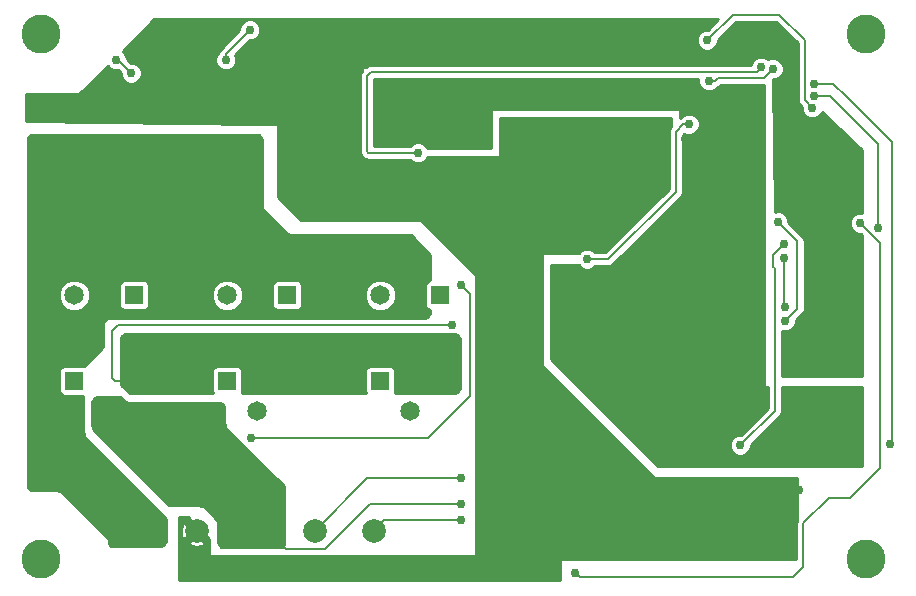
<source format=gbl>
G04 (created by PCBNEW-RS274X (2012-01-19 BZR 3256)-stable) date 11/6/2012 2:02:58 AM*
G01*
G70*
G90*
%MOIN*%
G04 Gerber Fmt 3.4, Leading zero omitted, Abs format*
%FSLAX34Y34*%
G04 APERTURE LIST*
%ADD10C,0.008000*%
%ADD11R,0.060000X0.060000*%
%ADD12C,0.065000*%
%ADD13C,0.078700*%
%ADD14C,0.130000*%
%ADD15C,0.030000*%
%ADD16C,0.010000*%
G04 APERTURE END LIST*
G54D10*
G54D11*
X44450Y-38950D03*
G54D12*
X43450Y-37950D03*
X42450Y-38950D03*
G54D11*
X37350Y-41800D03*
G54D12*
X38350Y-42800D03*
X39350Y-41800D03*
G54D11*
X39350Y-38950D03*
G54D12*
X38350Y-37950D03*
X37350Y-38950D03*
G54D11*
X42450Y-41800D03*
G54D12*
X43450Y-42800D03*
X44450Y-41800D03*
G54D11*
X49550Y-38950D03*
G54D12*
X48550Y-37950D03*
X47550Y-38950D03*
G54D11*
X47550Y-41800D03*
G54D12*
X48550Y-42800D03*
X49550Y-41800D03*
G54D13*
X39463Y-46800D03*
X41431Y-46800D03*
X43400Y-46800D03*
X45369Y-46800D03*
X47337Y-46800D03*
G54D14*
X36250Y-30250D03*
X36250Y-47750D03*
X63750Y-47750D03*
X63750Y-30250D03*
G54D15*
X54050Y-48200D03*
X36900Y-43300D03*
X36150Y-43300D03*
X63550Y-36550D03*
X40700Y-34050D03*
X43350Y-34050D03*
X37600Y-34050D03*
X50750Y-33250D03*
X59750Y-32100D03*
X55500Y-38500D03*
X57700Y-33750D03*
X63450Y-42250D03*
X57950Y-31900D03*
X47600Y-32000D03*
X56000Y-41750D03*
X52100Y-31900D03*
X60100Y-40250D03*
X59300Y-33950D03*
X53600Y-38150D03*
X54450Y-37750D03*
X57850Y-33250D03*
X38750Y-31100D03*
X39250Y-31550D03*
X42400Y-31100D03*
X43200Y-30100D03*
X61050Y-39800D03*
X60800Y-36500D03*
X48800Y-34200D03*
X60250Y-31350D03*
X61050Y-39350D03*
X61000Y-37700D03*
X55850Y-33650D03*
X49350Y-34550D03*
X57400Y-30900D03*
X36000Y-32600D03*
X54950Y-34750D03*
X53050Y-41950D03*
X61050Y-31900D03*
X56250Y-35500D03*
X43250Y-43700D03*
X62750Y-41250D03*
X53150Y-44650D03*
X48150Y-34550D03*
X50250Y-38600D03*
X51950Y-37100D03*
X56800Y-35350D03*
X46000Y-32350D03*
X63450Y-39550D03*
X54600Y-44550D03*
X62750Y-33800D03*
X41900Y-32700D03*
X38900Y-32700D03*
X44150Y-32350D03*
X53250Y-47500D03*
X61200Y-40850D03*
X50750Y-36400D03*
X53650Y-33500D03*
X52550Y-33450D03*
X61500Y-45450D03*
X62000Y-31900D03*
X64550Y-43900D03*
X64150Y-36700D03*
X62000Y-32300D03*
X49950Y-39950D03*
X61000Y-37250D03*
X59550Y-43950D03*
X50250Y-45900D03*
X50250Y-45050D03*
X50250Y-46450D03*
X58500Y-31800D03*
X60650Y-31400D03*
X61950Y-32700D03*
X58450Y-30450D03*
G54D10*
X61650Y-48000D02*
X61300Y-48350D01*
X54200Y-48350D02*
X54050Y-48200D01*
X61300Y-48350D02*
X54200Y-48350D01*
X64200Y-44700D02*
X63200Y-45700D01*
X61650Y-46550D02*
X61650Y-48000D01*
X62500Y-45700D02*
X61650Y-46550D01*
X63200Y-45700D02*
X62500Y-45700D01*
X64200Y-37200D02*
X64200Y-44700D01*
X63550Y-36550D02*
X64200Y-37200D01*
X57650Y-33250D02*
X57850Y-33250D01*
X55150Y-37750D02*
X57400Y-35500D01*
X54450Y-37750D02*
X55150Y-37750D01*
X57400Y-33500D02*
X57650Y-33250D01*
X57400Y-35500D02*
X57400Y-33500D01*
X38750Y-31100D02*
X38800Y-31100D01*
X38800Y-31100D02*
X39250Y-31550D01*
X42400Y-30900D02*
X43200Y-30100D01*
X42400Y-31100D02*
X42400Y-30900D01*
X61450Y-39400D02*
X61450Y-37150D01*
X61050Y-39800D02*
X61450Y-39400D01*
X61450Y-37150D02*
X60800Y-36500D01*
X48800Y-34200D02*
X47150Y-34200D01*
X47250Y-31500D02*
X60100Y-31500D01*
X47100Y-34150D02*
X47100Y-31650D01*
X60100Y-31500D02*
X60250Y-31350D01*
X47150Y-34200D02*
X47100Y-34150D01*
X47100Y-31650D02*
X47250Y-31500D01*
X61000Y-39300D02*
X61000Y-37700D01*
X61050Y-39350D02*
X61000Y-39300D01*
X50550Y-42300D02*
X49150Y-43700D01*
X50250Y-38600D02*
X50550Y-38900D01*
X49150Y-43700D02*
X43250Y-43700D01*
X50550Y-38900D02*
X50550Y-42300D01*
X56250Y-35500D02*
X56400Y-35350D01*
X56400Y-35350D02*
X56800Y-35350D01*
X61500Y-45450D02*
X60850Y-45450D01*
X62650Y-31900D02*
X62000Y-31900D01*
X64600Y-33850D02*
X63100Y-32350D01*
X64600Y-43850D02*
X64600Y-33850D01*
X64550Y-43900D02*
X64600Y-43850D01*
X63100Y-32350D02*
X62650Y-31900D01*
X62550Y-32300D02*
X62000Y-32300D01*
X64150Y-36700D02*
X64150Y-33900D01*
X64150Y-33900D02*
X62550Y-32300D01*
X38600Y-41700D02*
X38700Y-41800D01*
X38600Y-40150D02*
X38600Y-41700D01*
X39350Y-41800D02*
X38700Y-41800D01*
X38800Y-39950D02*
X38600Y-40150D01*
X38800Y-39950D02*
X49950Y-39950D01*
X60700Y-42800D02*
X59550Y-43950D01*
X60700Y-38050D02*
X60700Y-42800D01*
X60650Y-38000D02*
X60700Y-38050D01*
X61000Y-37250D02*
X60650Y-37600D01*
X60650Y-37600D02*
X60650Y-38000D01*
X44400Y-47400D02*
X45700Y-47400D01*
X43800Y-46800D02*
X44400Y-47400D01*
X45700Y-47400D02*
X47200Y-45900D01*
X47200Y-45900D02*
X50250Y-45900D01*
X45369Y-46800D02*
X47119Y-45050D01*
X47119Y-45050D02*
X50250Y-45050D01*
X47687Y-46450D02*
X50250Y-46450D01*
X47337Y-46800D02*
X47687Y-46450D01*
X58800Y-31700D02*
X60350Y-31700D01*
X60350Y-31700D02*
X60650Y-31400D01*
X58700Y-31800D02*
X58800Y-31700D01*
X58500Y-31800D02*
X58700Y-31800D01*
X61700Y-32450D02*
X61700Y-30450D01*
X60850Y-29600D02*
X59300Y-29600D01*
X61950Y-32700D02*
X61700Y-32450D01*
X59300Y-29600D02*
X58450Y-30450D01*
X61700Y-30450D02*
X60850Y-29600D01*
G36*
X50200Y-42045D02*
X50188Y-42107D01*
X50155Y-42155D01*
X50107Y-42188D01*
X50045Y-42200D01*
X48023Y-42200D01*
X48049Y-42140D01*
X48049Y-42061D01*
X48049Y-41461D01*
X48019Y-41388D01*
X47963Y-41332D01*
X47890Y-41301D01*
X47811Y-41301D01*
X47211Y-41301D01*
X47138Y-41331D01*
X47082Y-41387D01*
X47051Y-41460D01*
X47051Y-41539D01*
X47051Y-42139D01*
X47076Y-42200D01*
X42923Y-42200D01*
X42949Y-42140D01*
X42949Y-42061D01*
X42949Y-41461D01*
X42919Y-41388D01*
X42863Y-41332D01*
X42790Y-41301D01*
X42711Y-41301D01*
X42111Y-41301D01*
X42038Y-41331D01*
X41982Y-41387D01*
X41951Y-41460D01*
X41951Y-41539D01*
X41951Y-42139D01*
X41976Y-42200D01*
X39236Y-42200D01*
X39194Y-42194D01*
X39158Y-42179D01*
X39124Y-42153D01*
X38947Y-41976D01*
X38921Y-41942D01*
X38906Y-41906D01*
X38900Y-41864D01*
X38900Y-40405D01*
X38912Y-40343D01*
X38945Y-40295D01*
X38993Y-40262D01*
X39055Y-40250D01*
X50045Y-40250D01*
X50107Y-40262D01*
X50155Y-40295D01*
X50188Y-40343D01*
X50200Y-40405D01*
X50200Y-42045D01*
X50200Y-42045D01*
G37*
G54D16*
X50200Y-42045D02*
X50188Y-42107D01*
X50155Y-42155D01*
X50107Y-42188D01*
X50045Y-42200D01*
X48023Y-42200D01*
X48049Y-42140D01*
X48049Y-42061D01*
X48049Y-41461D01*
X48019Y-41388D01*
X47963Y-41332D01*
X47890Y-41301D01*
X47811Y-41301D01*
X47211Y-41301D01*
X47138Y-41331D01*
X47082Y-41387D01*
X47051Y-41460D01*
X47051Y-41539D01*
X47051Y-42139D01*
X47076Y-42200D01*
X42923Y-42200D01*
X42949Y-42140D01*
X42949Y-42061D01*
X42949Y-41461D01*
X42919Y-41388D01*
X42863Y-41332D01*
X42790Y-41301D01*
X42711Y-41301D01*
X42111Y-41301D01*
X42038Y-41331D01*
X41982Y-41387D01*
X41951Y-41460D01*
X41951Y-41539D01*
X41951Y-42139D01*
X41976Y-42200D01*
X39236Y-42200D01*
X39194Y-42194D01*
X39158Y-42179D01*
X39124Y-42153D01*
X38947Y-41976D01*
X38921Y-41942D01*
X38906Y-41906D01*
X38900Y-41864D01*
X38900Y-40405D01*
X38912Y-40343D01*
X38945Y-40295D01*
X38993Y-40262D01*
X39055Y-40250D01*
X50045Y-40250D01*
X50107Y-40262D01*
X50155Y-40295D01*
X50188Y-40343D01*
X50200Y-40405D01*
X50200Y-42045D01*
G54D10*
G36*
X49200Y-39545D02*
X49188Y-39607D01*
X49155Y-39655D01*
X49107Y-39688D01*
X49045Y-39700D01*
X48075Y-39700D01*
X48075Y-39055D01*
X48075Y-38846D01*
X47995Y-38653D01*
X47848Y-38505D01*
X47655Y-38425D01*
X47446Y-38425D01*
X47253Y-38505D01*
X47105Y-38652D01*
X47025Y-38845D01*
X47025Y-39054D01*
X47105Y-39247D01*
X47252Y-39395D01*
X47445Y-39475D01*
X47654Y-39475D01*
X47847Y-39395D01*
X47995Y-39248D01*
X48075Y-39055D01*
X48075Y-39700D01*
X44949Y-39700D01*
X44949Y-39290D01*
X44949Y-39211D01*
X44949Y-38611D01*
X44919Y-38538D01*
X44863Y-38482D01*
X44790Y-38451D01*
X44711Y-38451D01*
X44111Y-38451D01*
X44038Y-38481D01*
X43982Y-38537D01*
X43951Y-38610D01*
X43951Y-38689D01*
X43951Y-39289D01*
X43981Y-39362D01*
X44037Y-39418D01*
X44110Y-39449D01*
X44189Y-39449D01*
X44789Y-39449D01*
X44862Y-39419D01*
X44918Y-39363D01*
X44949Y-39290D01*
X44949Y-39700D01*
X42975Y-39700D01*
X42975Y-39055D01*
X42975Y-38846D01*
X42895Y-38653D01*
X42748Y-38505D01*
X42555Y-38425D01*
X42346Y-38425D01*
X42153Y-38505D01*
X42005Y-38652D01*
X41925Y-38845D01*
X41925Y-39054D01*
X42005Y-39247D01*
X42152Y-39395D01*
X42345Y-39475D01*
X42554Y-39475D01*
X42747Y-39395D01*
X42895Y-39248D01*
X42975Y-39055D01*
X42975Y-39700D01*
X39849Y-39700D01*
X39849Y-39290D01*
X39849Y-39211D01*
X39849Y-38611D01*
X39819Y-38538D01*
X39763Y-38482D01*
X39690Y-38451D01*
X39611Y-38451D01*
X39011Y-38451D01*
X38938Y-38481D01*
X38882Y-38537D01*
X38851Y-38610D01*
X38851Y-38689D01*
X38851Y-39289D01*
X38881Y-39362D01*
X38937Y-39418D01*
X39010Y-39449D01*
X39089Y-39449D01*
X39689Y-39449D01*
X39762Y-39419D01*
X39818Y-39363D01*
X39849Y-39290D01*
X39849Y-39700D01*
X38545Y-39700D01*
X38453Y-39718D01*
X38373Y-39773D01*
X38318Y-39853D01*
X38300Y-39945D01*
X38300Y-40614D01*
X38294Y-40656D01*
X38279Y-40692D01*
X38253Y-40726D01*
X37875Y-41104D01*
X37875Y-39055D01*
X37875Y-38846D01*
X37795Y-38653D01*
X37648Y-38505D01*
X37455Y-38425D01*
X37246Y-38425D01*
X37053Y-38505D01*
X36905Y-38652D01*
X36825Y-38845D01*
X36825Y-39054D01*
X36905Y-39247D01*
X37052Y-39395D01*
X37245Y-39475D01*
X37454Y-39475D01*
X37647Y-39395D01*
X37795Y-39248D01*
X37875Y-39055D01*
X37875Y-41104D01*
X37721Y-41258D01*
X37688Y-41301D01*
X37611Y-41301D01*
X37011Y-41301D01*
X36938Y-41331D01*
X36882Y-41387D01*
X36851Y-41460D01*
X36851Y-41539D01*
X36851Y-42139D01*
X36881Y-42212D01*
X36937Y-42268D01*
X37010Y-42299D01*
X37089Y-42299D01*
X37650Y-42299D01*
X37650Y-43520D01*
X37658Y-43582D01*
X37683Y-43642D01*
X37721Y-43692D01*
X40353Y-46324D01*
X40379Y-46358D01*
X40394Y-46394D01*
X40400Y-46436D01*
X40400Y-47145D01*
X40388Y-47207D01*
X40355Y-47255D01*
X40307Y-47288D01*
X40245Y-47300D01*
X38580Y-47300D01*
X38547Y-47293D01*
X38523Y-47277D01*
X38507Y-47253D01*
X38500Y-47220D01*
X38500Y-47180D01*
X38492Y-47118D01*
X38467Y-47058D01*
X38429Y-47008D01*
X36942Y-45521D01*
X36892Y-45483D01*
X36832Y-45458D01*
X36770Y-45450D01*
X35955Y-45450D01*
X35893Y-45438D01*
X35845Y-45405D01*
X35812Y-45357D01*
X35800Y-45295D01*
X35800Y-33755D01*
X35812Y-33693D01*
X35845Y-33645D01*
X35893Y-33612D01*
X35955Y-33600D01*
X43445Y-33600D01*
X43507Y-33612D01*
X43555Y-33645D01*
X43588Y-33693D01*
X43600Y-33755D01*
X43600Y-35970D01*
X43608Y-36032D01*
X43633Y-36092D01*
X43671Y-36142D01*
X44408Y-36879D01*
X44458Y-36917D01*
X44518Y-36942D01*
X44580Y-36950D01*
X48514Y-36950D01*
X48556Y-36956D01*
X48592Y-36971D01*
X48626Y-36997D01*
X49153Y-37524D01*
X49179Y-37558D01*
X49194Y-37594D01*
X49200Y-37636D01*
X49200Y-38455D01*
X49138Y-38481D01*
X49082Y-38537D01*
X49051Y-38610D01*
X49051Y-38689D01*
X49051Y-39289D01*
X49081Y-39362D01*
X49137Y-39418D01*
X49200Y-39444D01*
X49200Y-39545D01*
X49200Y-39545D01*
G37*
G54D16*
X49200Y-39545D02*
X49188Y-39607D01*
X49155Y-39655D01*
X49107Y-39688D01*
X49045Y-39700D01*
X48075Y-39700D01*
X48075Y-39055D01*
X48075Y-38846D01*
X47995Y-38653D01*
X47848Y-38505D01*
X47655Y-38425D01*
X47446Y-38425D01*
X47253Y-38505D01*
X47105Y-38652D01*
X47025Y-38845D01*
X47025Y-39054D01*
X47105Y-39247D01*
X47252Y-39395D01*
X47445Y-39475D01*
X47654Y-39475D01*
X47847Y-39395D01*
X47995Y-39248D01*
X48075Y-39055D01*
X48075Y-39700D01*
X44949Y-39700D01*
X44949Y-39290D01*
X44949Y-39211D01*
X44949Y-38611D01*
X44919Y-38538D01*
X44863Y-38482D01*
X44790Y-38451D01*
X44711Y-38451D01*
X44111Y-38451D01*
X44038Y-38481D01*
X43982Y-38537D01*
X43951Y-38610D01*
X43951Y-38689D01*
X43951Y-39289D01*
X43981Y-39362D01*
X44037Y-39418D01*
X44110Y-39449D01*
X44189Y-39449D01*
X44789Y-39449D01*
X44862Y-39419D01*
X44918Y-39363D01*
X44949Y-39290D01*
X44949Y-39700D01*
X42975Y-39700D01*
X42975Y-39055D01*
X42975Y-38846D01*
X42895Y-38653D01*
X42748Y-38505D01*
X42555Y-38425D01*
X42346Y-38425D01*
X42153Y-38505D01*
X42005Y-38652D01*
X41925Y-38845D01*
X41925Y-39054D01*
X42005Y-39247D01*
X42152Y-39395D01*
X42345Y-39475D01*
X42554Y-39475D01*
X42747Y-39395D01*
X42895Y-39248D01*
X42975Y-39055D01*
X42975Y-39700D01*
X39849Y-39700D01*
X39849Y-39290D01*
X39849Y-39211D01*
X39849Y-38611D01*
X39819Y-38538D01*
X39763Y-38482D01*
X39690Y-38451D01*
X39611Y-38451D01*
X39011Y-38451D01*
X38938Y-38481D01*
X38882Y-38537D01*
X38851Y-38610D01*
X38851Y-38689D01*
X38851Y-39289D01*
X38881Y-39362D01*
X38937Y-39418D01*
X39010Y-39449D01*
X39089Y-39449D01*
X39689Y-39449D01*
X39762Y-39419D01*
X39818Y-39363D01*
X39849Y-39290D01*
X39849Y-39700D01*
X38545Y-39700D01*
X38453Y-39718D01*
X38373Y-39773D01*
X38318Y-39853D01*
X38300Y-39945D01*
X38300Y-40614D01*
X38294Y-40656D01*
X38279Y-40692D01*
X38253Y-40726D01*
X37875Y-41104D01*
X37875Y-39055D01*
X37875Y-38846D01*
X37795Y-38653D01*
X37648Y-38505D01*
X37455Y-38425D01*
X37246Y-38425D01*
X37053Y-38505D01*
X36905Y-38652D01*
X36825Y-38845D01*
X36825Y-39054D01*
X36905Y-39247D01*
X37052Y-39395D01*
X37245Y-39475D01*
X37454Y-39475D01*
X37647Y-39395D01*
X37795Y-39248D01*
X37875Y-39055D01*
X37875Y-41104D01*
X37721Y-41258D01*
X37688Y-41301D01*
X37611Y-41301D01*
X37011Y-41301D01*
X36938Y-41331D01*
X36882Y-41387D01*
X36851Y-41460D01*
X36851Y-41539D01*
X36851Y-42139D01*
X36881Y-42212D01*
X36937Y-42268D01*
X37010Y-42299D01*
X37089Y-42299D01*
X37650Y-42299D01*
X37650Y-43520D01*
X37658Y-43582D01*
X37683Y-43642D01*
X37721Y-43692D01*
X40353Y-46324D01*
X40379Y-46358D01*
X40394Y-46394D01*
X40400Y-46436D01*
X40400Y-47145D01*
X40388Y-47207D01*
X40355Y-47255D01*
X40307Y-47288D01*
X40245Y-47300D01*
X38580Y-47300D01*
X38547Y-47293D01*
X38523Y-47277D01*
X38507Y-47253D01*
X38500Y-47220D01*
X38500Y-47180D01*
X38492Y-47118D01*
X38467Y-47058D01*
X38429Y-47008D01*
X36942Y-45521D01*
X36892Y-45483D01*
X36832Y-45458D01*
X36770Y-45450D01*
X35955Y-45450D01*
X35893Y-45438D01*
X35845Y-45405D01*
X35812Y-45357D01*
X35800Y-45295D01*
X35800Y-33755D01*
X35812Y-33693D01*
X35845Y-33645D01*
X35893Y-33612D01*
X35955Y-33600D01*
X43445Y-33600D01*
X43507Y-33612D01*
X43555Y-33645D01*
X43588Y-33693D01*
X43600Y-33755D01*
X43600Y-35970D01*
X43608Y-36032D01*
X43633Y-36092D01*
X43671Y-36142D01*
X44408Y-36879D01*
X44458Y-36917D01*
X44518Y-36942D01*
X44580Y-36950D01*
X48514Y-36950D01*
X48556Y-36956D01*
X48592Y-36971D01*
X48626Y-36997D01*
X49153Y-37524D01*
X49179Y-37558D01*
X49194Y-37594D01*
X49200Y-37636D01*
X49200Y-38455D01*
X49138Y-38481D01*
X49082Y-38537D01*
X49051Y-38610D01*
X49051Y-38689D01*
X49051Y-39289D01*
X49081Y-39362D01*
X49137Y-39418D01*
X49200Y-39444D01*
X49200Y-39545D01*
G54D10*
G36*
X44350Y-47195D02*
X44338Y-47257D01*
X44305Y-47305D01*
X44257Y-47338D01*
X44195Y-47350D01*
X42305Y-47350D01*
X42243Y-47338D01*
X42195Y-47305D01*
X42162Y-47257D01*
X42150Y-47195D01*
X42150Y-46580D01*
X42142Y-46518D01*
X42117Y-46458D01*
X42079Y-46408D01*
X41692Y-46021D01*
X41642Y-45983D01*
X41582Y-45958D01*
X41520Y-45950D01*
X40586Y-45950D01*
X40544Y-45944D01*
X40508Y-45929D01*
X40474Y-45903D01*
X37997Y-43426D01*
X37971Y-43392D01*
X37956Y-43356D01*
X37950Y-43314D01*
X37950Y-42505D01*
X37962Y-42443D01*
X37995Y-42395D01*
X38043Y-42362D01*
X38105Y-42350D01*
X38814Y-42350D01*
X38856Y-42356D01*
X38892Y-42371D01*
X38926Y-42397D01*
X39008Y-42479D01*
X39058Y-42517D01*
X39118Y-42542D01*
X39180Y-42550D01*
X42195Y-42550D01*
X42257Y-42562D01*
X42305Y-42595D01*
X42338Y-42643D01*
X42350Y-42705D01*
X42350Y-43220D01*
X42358Y-43282D01*
X42383Y-43342D01*
X42421Y-43392D01*
X44303Y-45274D01*
X44329Y-45308D01*
X44344Y-45344D01*
X44350Y-45386D01*
X44350Y-47195D01*
X44350Y-47195D01*
G37*
G54D16*
X44350Y-47195D02*
X44338Y-47257D01*
X44305Y-47305D01*
X44257Y-47338D01*
X44195Y-47350D01*
X42305Y-47350D01*
X42243Y-47338D01*
X42195Y-47305D01*
X42162Y-47257D01*
X42150Y-47195D01*
X42150Y-46580D01*
X42142Y-46518D01*
X42117Y-46458D01*
X42079Y-46408D01*
X41692Y-46021D01*
X41642Y-45983D01*
X41582Y-45958D01*
X41520Y-45950D01*
X40586Y-45950D01*
X40544Y-45944D01*
X40508Y-45929D01*
X40474Y-45903D01*
X37997Y-43426D01*
X37971Y-43392D01*
X37956Y-43356D01*
X37950Y-43314D01*
X37950Y-42505D01*
X37962Y-42443D01*
X37995Y-42395D01*
X38043Y-42362D01*
X38105Y-42350D01*
X38814Y-42350D01*
X38856Y-42356D01*
X38892Y-42371D01*
X38926Y-42397D01*
X39008Y-42479D01*
X39058Y-42517D01*
X39118Y-42542D01*
X39180Y-42550D01*
X42195Y-42550D01*
X42257Y-42562D01*
X42305Y-42595D01*
X42338Y-42643D01*
X42350Y-42705D01*
X42350Y-43220D01*
X42358Y-43282D01*
X42383Y-43342D01*
X42421Y-43392D01*
X44303Y-45274D01*
X44329Y-45308D01*
X44344Y-45344D01*
X44350Y-45386D01*
X44350Y-47195D01*
G54D10*
G36*
X63600Y-44650D02*
X56821Y-44650D01*
X53250Y-41079D01*
X53250Y-37950D01*
X54156Y-37950D01*
X54252Y-38046D01*
X54380Y-38099D01*
X54519Y-38099D01*
X54647Y-38046D01*
X54703Y-37990D01*
X55150Y-37990D01*
X55242Y-37972D01*
X55320Y-37920D01*
X57567Y-35671D01*
X57569Y-35670D01*
X57570Y-35670D01*
X57621Y-35593D01*
X57622Y-35592D01*
X57636Y-35519D01*
X57640Y-35501D01*
X57639Y-35500D01*
X57640Y-35500D01*
X57640Y-33599D01*
X57681Y-33558D01*
X57780Y-33599D01*
X57919Y-33599D01*
X58047Y-33546D01*
X58146Y-33448D01*
X58199Y-33320D01*
X58199Y-33181D01*
X58146Y-33053D01*
X58048Y-32954D01*
X57920Y-32901D01*
X57781Y-32901D01*
X57653Y-32954D01*
X57583Y-33023D01*
X57558Y-33028D01*
X57550Y-33033D01*
X57550Y-32750D01*
X51250Y-32750D01*
X51250Y-34050D01*
X49115Y-34050D01*
X49096Y-34003D01*
X48998Y-33904D01*
X48870Y-33851D01*
X48731Y-33851D01*
X48603Y-33904D01*
X48546Y-33960D01*
X47340Y-33960D01*
X47340Y-31750D01*
X47350Y-31740D01*
X58151Y-31740D01*
X58151Y-31869D01*
X58204Y-31997D01*
X58302Y-32096D01*
X58430Y-32149D01*
X58569Y-32149D01*
X58697Y-32096D01*
X58766Y-32026D01*
X58792Y-32022D01*
X58870Y-31970D01*
X58899Y-31940D01*
X60350Y-31940D01*
X60350Y-42000D01*
X60460Y-42000D01*
X60460Y-42700D01*
X59559Y-43601D01*
X59481Y-43601D01*
X59353Y-43654D01*
X59254Y-43752D01*
X59201Y-43880D01*
X59201Y-44019D01*
X59254Y-44147D01*
X59352Y-44246D01*
X59480Y-44299D01*
X59619Y-44299D01*
X59747Y-44246D01*
X59846Y-44148D01*
X59899Y-44020D01*
X59899Y-43940D01*
X60867Y-42971D01*
X60869Y-42970D01*
X60870Y-42970D01*
X60922Y-42892D01*
X60940Y-42800D01*
X60940Y-42000D01*
X63600Y-42000D01*
X63600Y-44650D01*
X63600Y-44650D01*
G37*
G54D16*
X63600Y-44650D02*
X56821Y-44650D01*
X53250Y-41079D01*
X53250Y-37950D01*
X54156Y-37950D01*
X54252Y-38046D01*
X54380Y-38099D01*
X54519Y-38099D01*
X54647Y-38046D01*
X54703Y-37990D01*
X55150Y-37990D01*
X55242Y-37972D01*
X55320Y-37920D01*
X57567Y-35671D01*
X57569Y-35670D01*
X57570Y-35670D01*
X57621Y-35593D01*
X57622Y-35592D01*
X57636Y-35519D01*
X57640Y-35501D01*
X57639Y-35500D01*
X57640Y-35500D01*
X57640Y-33599D01*
X57681Y-33558D01*
X57780Y-33599D01*
X57919Y-33599D01*
X58047Y-33546D01*
X58146Y-33448D01*
X58199Y-33320D01*
X58199Y-33181D01*
X58146Y-33053D01*
X58048Y-32954D01*
X57920Y-32901D01*
X57781Y-32901D01*
X57653Y-32954D01*
X57583Y-33023D01*
X57558Y-33028D01*
X57550Y-33033D01*
X57550Y-32750D01*
X51250Y-32750D01*
X51250Y-34050D01*
X49115Y-34050D01*
X49096Y-34003D01*
X48998Y-33904D01*
X48870Y-33851D01*
X48731Y-33851D01*
X48603Y-33904D01*
X48546Y-33960D01*
X47340Y-33960D01*
X47340Y-31750D01*
X47350Y-31740D01*
X58151Y-31740D01*
X58151Y-31869D01*
X58204Y-31997D01*
X58302Y-32096D01*
X58430Y-32149D01*
X58569Y-32149D01*
X58697Y-32096D01*
X58766Y-32026D01*
X58792Y-32022D01*
X58870Y-31970D01*
X58899Y-31940D01*
X60350Y-31940D01*
X60350Y-42000D01*
X60460Y-42000D01*
X60460Y-42700D01*
X59559Y-43601D01*
X59481Y-43601D01*
X59353Y-43654D01*
X59254Y-43752D01*
X59201Y-43880D01*
X59201Y-44019D01*
X59254Y-44147D01*
X59352Y-44246D01*
X59480Y-44299D01*
X59619Y-44299D01*
X59747Y-44246D01*
X59846Y-44148D01*
X59899Y-44020D01*
X59899Y-43940D01*
X60867Y-42971D01*
X60869Y-42970D01*
X60870Y-42970D01*
X60922Y-42892D01*
X60940Y-42800D01*
X60940Y-42000D01*
X63600Y-42000D01*
X63600Y-44650D01*
G54D10*
G36*
X63600Y-41650D02*
X60940Y-41650D01*
X60940Y-40132D01*
X60980Y-40149D01*
X61119Y-40149D01*
X61247Y-40096D01*
X61346Y-39998D01*
X61399Y-39870D01*
X61399Y-39790D01*
X61617Y-39571D01*
X61619Y-39570D01*
X61620Y-39570D01*
X61672Y-39492D01*
X61690Y-39400D01*
X61690Y-37150D01*
X61672Y-37058D01*
X61620Y-36980D01*
X61149Y-36509D01*
X61149Y-36431D01*
X61096Y-36303D01*
X60998Y-36204D01*
X60870Y-36151D01*
X60731Y-36151D01*
X60696Y-36165D01*
X60653Y-31749D01*
X60719Y-31749D01*
X60847Y-31696D01*
X60946Y-31598D01*
X60999Y-31470D01*
X60999Y-31331D01*
X60946Y-31203D01*
X60848Y-31104D01*
X60720Y-31051D01*
X60581Y-31051D01*
X60484Y-31090D01*
X60448Y-31054D01*
X60320Y-31001D01*
X60181Y-31001D01*
X60053Y-31054D01*
X59954Y-31152D01*
X59909Y-31260D01*
X47250Y-31260D01*
X47158Y-31278D01*
X47080Y-31330D01*
X47060Y-31350D01*
X46950Y-31350D01*
X46950Y-31460D01*
X46930Y-31480D01*
X46878Y-31558D01*
X46860Y-31650D01*
X46860Y-34150D01*
X46878Y-34242D01*
X46930Y-34320D01*
X46950Y-34339D01*
X46950Y-34350D01*
X46960Y-34350D01*
X46978Y-34367D01*
X46980Y-34370D01*
X47058Y-34422D01*
X47149Y-34440D01*
X47149Y-34439D01*
X47150Y-34440D01*
X48546Y-34440D01*
X48602Y-34496D01*
X48730Y-34549D01*
X48869Y-34549D01*
X48997Y-34496D01*
X49096Y-34398D01*
X49115Y-34350D01*
X51550Y-34350D01*
X51550Y-33050D01*
X57250Y-33050D01*
X57250Y-33310D01*
X57230Y-33330D01*
X57178Y-33408D01*
X57160Y-33500D01*
X57160Y-35400D01*
X55050Y-37510D01*
X54703Y-37510D01*
X54648Y-37454D01*
X54520Y-37401D01*
X54381Y-37401D01*
X54253Y-37454D01*
X54156Y-37550D01*
X52950Y-37550D01*
X52950Y-41321D01*
X56679Y-45050D01*
X61450Y-45050D01*
X61450Y-46425D01*
X61428Y-46458D01*
X61410Y-46550D01*
X61410Y-47750D01*
X53550Y-47750D01*
X53550Y-48450D01*
X41711Y-48450D01*
X41711Y-47221D01*
X41431Y-46941D01*
X41290Y-47082D01*
X41290Y-46800D01*
X41010Y-46520D01*
X40941Y-46567D01*
X40889Y-46773D01*
X40920Y-46982D01*
X40941Y-47033D01*
X41010Y-47080D01*
X41290Y-46800D01*
X41290Y-47082D01*
X41151Y-47221D01*
X41198Y-47290D01*
X41404Y-47342D01*
X41613Y-47311D01*
X41664Y-47290D01*
X41711Y-47221D01*
X41711Y-48450D01*
X40850Y-48450D01*
X40850Y-46350D01*
X41170Y-46350D01*
X41151Y-46379D01*
X41431Y-46659D01*
X41431Y-46658D01*
X41572Y-46799D01*
X41572Y-46800D01*
X41850Y-47078D01*
X41850Y-47650D01*
X50750Y-47650D01*
X50750Y-38279D01*
X48921Y-36450D01*
X44921Y-36450D01*
X44150Y-35679D01*
X44150Y-33251D01*
X43549Y-33243D01*
X43549Y-30170D01*
X43549Y-30031D01*
X43496Y-29903D01*
X43398Y-29804D01*
X43270Y-29751D01*
X43131Y-29751D01*
X43003Y-29804D01*
X42904Y-29902D01*
X42851Y-30030D01*
X42851Y-30109D01*
X42230Y-30730D01*
X42178Y-30808D01*
X42172Y-30833D01*
X42104Y-30902D01*
X42051Y-31030D01*
X42051Y-31169D01*
X42104Y-31297D01*
X42202Y-31396D01*
X42330Y-31449D01*
X42469Y-31449D01*
X42597Y-31396D01*
X42696Y-31298D01*
X42749Y-31170D01*
X42749Y-31031D01*
X42707Y-30931D01*
X43190Y-30449D01*
X43269Y-30449D01*
X43397Y-30396D01*
X43496Y-30298D01*
X43549Y-30170D01*
X43549Y-33243D01*
X35750Y-33151D01*
X35750Y-32250D01*
X37521Y-32250D01*
X38463Y-31307D01*
X38552Y-31396D01*
X38680Y-31449D01*
X38809Y-31449D01*
X38901Y-31540D01*
X38901Y-31619D01*
X38954Y-31747D01*
X39052Y-31846D01*
X39180Y-31899D01*
X39319Y-31899D01*
X39447Y-31846D01*
X39546Y-31748D01*
X39599Y-31620D01*
X39599Y-31481D01*
X39546Y-31353D01*
X39448Y-31254D01*
X39320Y-31201D01*
X39240Y-31201D01*
X39099Y-31059D01*
X39099Y-31031D01*
X39046Y-30903D01*
X38957Y-30813D01*
X40021Y-29750D01*
X58810Y-29750D01*
X58459Y-30101D01*
X58381Y-30101D01*
X58253Y-30154D01*
X58154Y-30252D01*
X58101Y-30380D01*
X58101Y-30519D01*
X58154Y-30647D01*
X58252Y-30746D01*
X58380Y-30799D01*
X58519Y-30799D01*
X58647Y-30746D01*
X58746Y-30648D01*
X58799Y-30520D01*
X58799Y-30441D01*
X59400Y-29840D01*
X60750Y-29840D01*
X61460Y-30550D01*
X61460Y-32450D01*
X61478Y-32542D01*
X61530Y-32620D01*
X61601Y-32690D01*
X61601Y-32769D01*
X61654Y-32897D01*
X61752Y-32996D01*
X61880Y-33049D01*
X62019Y-33049D01*
X62147Y-32996D01*
X62246Y-32898D01*
X62274Y-32828D01*
X63600Y-34121D01*
X63600Y-36201D01*
X63481Y-36201D01*
X63353Y-36254D01*
X63254Y-36352D01*
X63201Y-36480D01*
X63201Y-36619D01*
X63254Y-36747D01*
X63352Y-36846D01*
X63480Y-36899D01*
X63559Y-36899D01*
X63600Y-36940D01*
X63600Y-41650D01*
X63600Y-41650D01*
G37*
G54D16*
X63600Y-41650D02*
X60940Y-41650D01*
X60940Y-40132D01*
X60980Y-40149D01*
X61119Y-40149D01*
X61247Y-40096D01*
X61346Y-39998D01*
X61399Y-39870D01*
X61399Y-39790D01*
X61617Y-39571D01*
X61619Y-39570D01*
X61620Y-39570D01*
X61672Y-39492D01*
X61690Y-39400D01*
X61690Y-37150D01*
X61672Y-37058D01*
X61620Y-36980D01*
X61149Y-36509D01*
X61149Y-36431D01*
X61096Y-36303D01*
X60998Y-36204D01*
X60870Y-36151D01*
X60731Y-36151D01*
X60696Y-36165D01*
X60653Y-31749D01*
X60719Y-31749D01*
X60847Y-31696D01*
X60946Y-31598D01*
X60999Y-31470D01*
X60999Y-31331D01*
X60946Y-31203D01*
X60848Y-31104D01*
X60720Y-31051D01*
X60581Y-31051D01*
X60484Y-31090D01*
X60448Y-31054D01*
X60320Y-31001D01*
X60181Y-31001D01*
X60053Y-31054D01*
X59954Y-31152D01*
X59909Y-31260D01*
X47250Y-31260D01*
X47158Y-31278D01*
X47080Y-31330D01*
X47060Y-31350D01*
X46950Y-31350D01*
X46950Y-31460D01*
X46930Y-31480D01*
X46878Y-31558D01*
X46860Y-31650D01*
X46860Y-34150D01*
X46878Y-34242D01*
X46930Y-34320D01*
X46950Y-34339D01*
X46950Y-34350D01*
X46960Y-34350D01*
X46978Y-34367D01*
X46980Y-34370D01*
X47058Y-34422D01*
X47149Y-34440D01*
X47149Y-34439D01*
X47150Y-34440D01*
X48546Y-34440D01*
X48602Y-34496D01*
X48730Y-34549D01*
X48869Y-34549D01*
X48997Y-34496D01*
X49096Y-34398D01*
X49115Y-34350D01*
X51550Y-34350D01*
X51550Y-33050D01*
X57250Y-33050D01*
X57250Y-33310D01*
X57230Y-33330D01*
X57178Y-33408D01*
X57160Y-33500D01*
X57160Y-35400D01*
X55050Y-37510D01*
X54703Y-37510D01*
X54648Y-37454D01*
X54520Y-37401D01*
X54381Y-37401D01*
X54253Y-37454D01*
X54156Y-37550D01*
X52950Y-37550D01*
X52950Y-41321D01*
X56679Y-45050D01*
X61450Y-45050D01*
X61450Y-46425D01*
X61428Y-46458D01*
X61410Y-46550D01*
X61410Y-47750D01*
X53550Y-47750D01*
X53550Y-48450D01*
X41711Y-48450D01*
X41711Y-47221D01*
X41431Y-46941D01*
X41290Y-47082D01*
X41290Y-46800D01*
X41010Y-46520D01*
X40941Y-46567D01*
X40889Y-46773D01*
X40920Y-46982D01*
X40941Y-47033D01*
X41010Y-47080D01*
X41290Y-46800D01*
X41290Y-47082D01*
X41151Y-47221D01*
X41198Y-47290D01*
X41404Y-47342D01*
X41613Y-47311D01*
X41664Y-47290D01*
X41711Y-47221D01*
X41711Y-48450D01*
X40850Y-48450D01*
X40850Y-46350D01*
X41170Y-46350D01*
X41151Y-46379D01*
X41431Y-46659D01*
X41431Y-46658D01*
X41572Y-46799D01*
X41572Y-46800D01*
X41850Y-47078D01*
X41850Y-47650D01*
X50750Y-47650D01*
X50750Y-38279D01*
X48921Y-36450D01*
X44921Y-36450D01*
X44150Y-35679D01*
X44150Y-33251D01*
X43549Y-33243D01*
X43549Y-30170D01*
X43549Y-30031D01*
X43496Y-29903D01*
X43398Y-29804D01*
X43270Y-29751D01*
X43131Y-29751D01*
X43003Y-29804D01*
X42904Y-29902D01*
X42851Y-30030D01*
X42851Y-30109D01*
X42230Y-30730D01*
X42178Y-30808D01*
X42172Y-30833D01*
X42104Y-30902D01*
X42051Y-31030D01*
X42051Y-31169D01*
X42104Y-31297D01*
X42202Y-31396D01*
X42330Y-31449D01*
X42469Y-31449D01*
X42597Y-31396D01*
X42696Y-31298D01*
X42749Y-31170D01*
X42749Y-31031D01*
X42707Y-30931D01*
X43190Y-30449D01*
X43269Y-30449D01*
X43397Y-30396D01*
X43496Y-30298D01*
X43549Y-30170D01*
X43549Y-33243D01*
X35750Y-33151D01*
X35750Y-32250D01*
X37521Y-32250D01*
X38463Y-31307D01*
X38552Y-31396D01*
X38680Y-31449D01*
X38809Y-31449D01*
X38901Y-31540D01*
X38901Y-31619D01*
X38954Y-31747D01*
X39052Y-31846D01*
X39180Y-31899D01*
X39319Y-31899D01*
X39447Y-31846D01*
X39546Y-31748D01*
X39599Y-31620D01*
X39599Y-31481D01*
X39546Y-31353D01*
X39448Y-31254D01*
X39320Y-31201D01*
X39240Y-31201D01*
X39099Y-31059D01*
X39099Y-31031D01*
X39046Y-30903D01*
X38957Y-30813D01*
X40021Y-29750D01*
X58810Y-29750D01*
X58459Y-30101D01*
X58381Y-30101D01*
X58253Y-30154D01*
X58154Y-30252D01*
X58101Y-30380D01*
X58101Y-30519D01*
X58154Y-30647D01*
X58252Y-30746D01*
X58380Y-30799D01*
X58519Y-30799D01*
X58647Y-30746D01*
X58746Y-30648D01*
X58799Y-30520D01*
X58799Y-30441D01*
X59400Y-29840D01*
X60750Y-29840D01*
X61460Y-30550D01*
X61460Y-32450D01*
X61478Y-32542D01*
X61530Y-32620D01*
X61601Y-32690D01*
X61601Y-32769D01*
X61654Y-32897D01*
X61752Y-32996D01*
X61880Y-33049D01*
X62019Y-33049D01*
X62147Y-32996D01*
X62246Y-32898D01*
X62274Y-32828D01*
X63600Y-34121D01*
X63600Y-36201D01*
X63481Y-36201D01*
X63353Y-36254D01*
X63254Y-36352D01*
X63201Y-36480D01*
X63201Y-36619D01*
X63254Y-36747D01*
X63352Y-36846D01*
X63480Y-36899D01*
X63559Y-36899D01*
X63600Y-36940D01*
X63600Y-41650D01*
M02*

</source>
